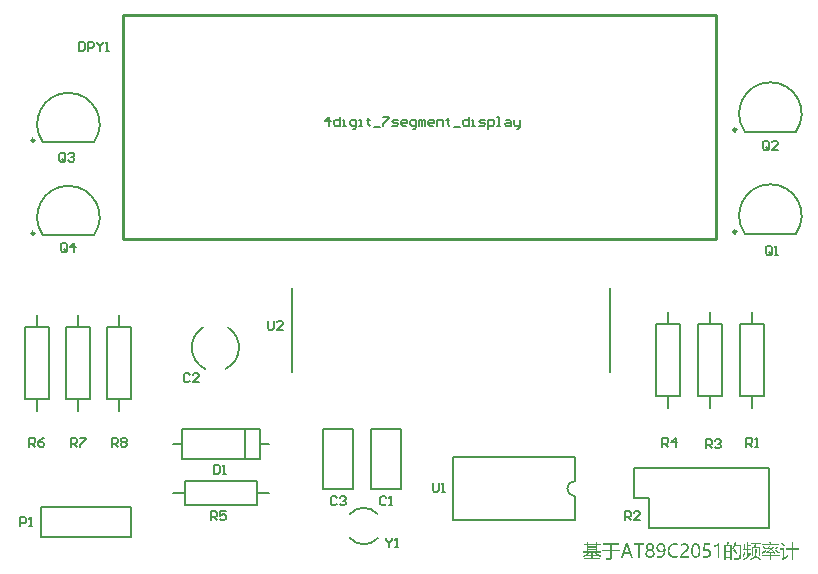
<source format=gto>
G04 Layer_Color=65535*
%FSLAX25Y25*%
%MOIN*%
G70*
G01*
G75*
%ADD29C,0.00984*%
%ADD30C,0.00787*%
%ADD31C,0.01000*%
%ADD32C,0.00600*%
G36*
X77409Y-86316D02*
X76033D01*
Y-90527D01*
X75419D01*
Y-86316D01*
X74050D01*
Y-85776D01*
X77409D01*
Y-86316D01*
D02*
G37*
G36*
X90996Y-85702D02*
X91055D01*
X91114Y-85709D01*
X91262Y-85739D01*
X91425Y-85776D01*
X91602Y-85843D01*
X91773Y-85924D01*
X91854Y-85983D01*
X91928Y-86042D01*
X91935Y-86050D01*
X91943Y-86057D01*
X91965Y-86079D01*
X91987Y-86102D01*
X92017Y-86139D01*
X92054Y-86183D01*
X92128Y-86287D01*
X92194Y-86420D01*
X92261Y-86583D01*
X92305Y-86768D01*
X92313Y-86864D01*
X92320Y-86975D01*
Y-86982D01*
Y-86997D01*
Y-87027D01*
Y-87064D01*
X92313Y-87108D01*
X92305Y-87160D01*
X92291Y-87286D01*
X92261Y-87426D01*
X92217Y-87582D01*
X92157Y-87737D01*
X92076Y-87885D01*
Y-87892D01*
X92069Y-87900D01*
X92054Y-87922D01*
X92032Y-87952D01*
X91972Y-88026D01*
X91884Y-88129D01*
X91773Y-88248D01*
X91706Y-88307D01*
X91632Y-88381D01*
X91551Y-88447D01*
X91454Y-88521D01*
X91358Y-88595D01*
X91255Y-88669D01*
X91247Y-88677D01*
X91232Y-88684D01*
X91195Y-88706D01*
X91158Y-88736D01*
X91114Y-88773D01*
X91055Y-88810D01*
X90936Y-88899D01*
X90803Y-88995D01*
X90670Y-89091D01*
X90552Y-89187D01*
X90500Y-89224D01*
X90455Y-89261D01*
X90448Y-89269D01*
X90426Y-89291D01*
X90389Y-89328D01*
X90344Y-89372D01*
X90300Y-89424D01*
X90256Y-89476D01*
X90211Y-89543D01*
X90174Y-89602D01*
Y-89609D01*
X90159Y-89631D01*
X90152Y-89668D01*
X90137Y-89713D01*
X90122Y-89772D01*
X90115Y-89839D01*
X90100Y-89913D01*
Y-89994D01*
X92461D01*
Y-90527D01*
X89471D01*
Y-90297D01*
Y-90290D01*
Y-90275D01*
Y-90260D01*
Y-90231D01*
X89479Y-90149D01*
X89486Y-90053D01*
X89501Y-89942D01*
X89516Y-89824D01*
X89545Y-89705D01*
X89582Y-89594D01*
X89590Y-89580D01*
X89604Y-89543D01*
X89634Y-89491D01*
X89671Y-89417D01*
X89723Y-89335D01*
X89782Y-89239D01*
X89863Y-89143D01*
X89952Y-89039D01*
X89967Y-89025D01*
X90004Y-88988D01*
X90063Y-88936D01*
X90152Y-88854D01*
X90263Y-88758D01*
X90404Y-88647D01*
X90566Y-88521D01*
X90759Y-88381D01*
X90766Y-88373D01*
X90781Y-88366D01*
X90811Y-88344D01*
X90848Y-88314D01*
X90892Y-88277D01*
X90944Y-88240D01*
X91062Y-88144D01*
X91188Y-88040D01*
X91314Y-87922D01*
X91432Y-87804D01*
X91477Y-87752D01*
X91521Y-87693D01*
X91528Y-87678D01*
X91551Y-87641D01*
X91588Y-87582D01*
X91625Y-87500D01*
X91662Y-87397D01*
X91699Y-87286D01*
X91721Y-87160D01*
X91728Y-87019D01*
Y-87012D01*
Y-87004D01*
Y-86953D01*
X91713Y-86886D01*
X91699Y-86797D01*
X91669Y-86701D01*
X91625Y-86605D01*
X91565Y-86509D01*
X91484Y-86420D01*
X91477Y-86412D01*
X91440Y-86383D01*
X91388Y-86346D01*
X91314Y-86309D01*
X91218Y-86264D01*
X91107Y-86235D01*
X90973Y-86205D01*
X90825Y-86198D01*
X90774D01*
X90714Y-86205D01*
X90640Y-86220D01*
X90552Y-86235D01*
X90448Y-86264D01*
X90337Y-86301D01*
X90226Y-86353D01*
X90211Y-86361D01*
X90174Y-86383D01*
X90115Y-86412D01*
X90041Y-86464D01*
X89952Y-86523D01*
X89863Y-86590D01*
X89760Y-86679D01*
X89664Y-86775D01*
Y-86190D01*
X89671Y-86183D01*
X89708Y-86153D01*
X89752Y-86109D01*
X89819Y-86057D01*
X89900Y-85998D01*
X89989Y-85939D01*
X90085Y-85880D01*
X90196Y-85828D01*
X90211Y-85820D01*
X90248Y-85806D01*
X90315Y-85783D01*
X90396Y-85761D01*
X90500Y-85739D01*
X90618Y-85717D01*
X90744Y-85702D01*
X90892Y-85695D01*
X90951D01*
X90996Y-85702D01*
D02*
G37*
G36*
X94762D02*
X94836Y-85709D01*
X94932Y-85732D01*
X95043Y-85769D01*
X95177Y-85820D01*
X95310Y-85902D01*
X95450Y-85998D01*
X95524Y-86057D01*
X95591Y-86131D01*
X95658Y-86205D01*
X95724Y-86287D01*
X95791Y-86383D01*
X95857Y-86486D01*
X95917Y-86597D01*
X95968Y-86723D01*
X96020Y-86856D01*
X96065Y-86997D01*
X96109Y-87160D01*
X96139Y-87323D01*
X96168Y-87508D01*
X96190Y-87700D01*
X96198Y-87907D01*
X96205Y-88129D01*
Y-88144D01*
Y-88181D01*
Y-88248D01*
X96198Y-88329D01*
X96190Y-88425D01*
X96183Y-88544D01*
X96168Y-88669D01*
X96153Y-88810D01*
X96131Y-88958D01*
X96102Y-89106D01*
X96065Y-89261D01*
X96028Y-89417D01*
X95976Y-89565D01*
X95917Y-89713D01*
X95850Y-89846D01*
X95776Y-89972D01*
X95769Y-89979D01*
X95754Y-90001D01*
X95732Y-90031D01*
X95702Y-90068D01*
X95658Y-90120D01*
X95606Y-90172D01*
X95539Y-90231D01*
X95473Y-90283D01*
X95391Y-90342D01*
X95302Y-90401D01*
X95199Y-90453D01*
X95095Y-90505D01*
X94984Y-90542D01*
X94858Y-90571D01*
X94725Y-90593D01*
X94585Y-90601D01*
X94555D01*
X94518Y-90593D01*
X94466D01*
X94407Y-90579D01*
X94333Y-90571D01*
X94259Y-90549D01*
X94170Y-90527D01*
X94081Y-90497D01*
X93993Y-90453D01*
X93896Y-90408D01*
X93808Y-90349D01*
X93711Y-90283D01*
X93623Y-90201D01*
X93541Y-90105D01*
X93460Y-90001D01*
X93452Y-89994D01*
X93445Y-89972D01*
X93423Y-89935D01*
X93401Y-89890D01*
X93371Y-89824D01*
X93334Y-89750D01*
X93297Y-89661D01*
X93267Y-89557D01*
X93230Y-89439D01*
X93193Y-89313D01*
X93156Y-89165D01*
X93127Y-89010D01*
X93105Y-88840D01*
X93082Y-88655D01*
X93075Y-88455D01*
X93068Y-88248D01*
Y-88233D01*
Y-88188D01*
Y-88129D01*
X93075Y-88040D01*
X93082Y-87937D01*
X93090Y-87818D01*
X93105Y-87685D01*
X93119Y-87537D01*
X93142Y-87389D01*
X93171Y-87234D01*
X93245Y-86916D01*
X93290Y-86760D01*
X93349Y-86612D01*
X93408Y-86472D01*
X93482Y-86346D01*
X93489Y-86338D01*
X93504Y-86316D01*
X93526Y-86287D01*
X93563Y-86242D01*
X93608Y-86198D01*
X93660Y-86139D01*
X93719Y-86079D01*
X93793Y-86020D01*
X93874Y-85961D01*
X93963Y-85902D01*
X94067Y-85843D01*
X94170Y-85798D01*
X94289Y-85754D01*
X94414Y-85724D01*
X94555Y-85702D01*
X94696Y-85695D01*
X94733D01*
X94762Y-85702D01*
D02*
G37*
G36*
X73850Y-90527D02*
X73169D01*
X72681Y-89232D01*
X70705D01*
X70246Y-90527D01*
X69565D01*
X71378Y-85776D01*
X72037D01*
X73850Y-90527D01*
D02*
G37*
G36*
X102510D02*
X101911D01*
Y-86464D01*
X101903Y-86472D01*
X101881Y-86486D01*
X101851Y-86516D01*
X101800Y-86553D01*
X101733Y-86605D01*
X101652Y-86657D01*
X101548Y-86716D01*
X101430Y-86782D01*
X101415Y-86790D01*
X101370Y-86812D01*
X101311Y-86842D01*
X101230Y-86879D01*
X101134Y-86916D01*
X101030Y-86960D01*
X100919Y-86997D01*
X100808Y-87027D01*
Y-86435D01*
X100815D01*
X100823Y-86427D01*
X100845Y-86420D01*
X100875Y-86412D01*
X100956Y-86390D01*
X101052Y-86353D01*
X101178Y-86309D01*
X101311Y-86250D01*
X101467Y-86183D01*
X101622Y-86102D01*
X101629D01*
X101644Y-86094D01*
X101666Y-86079D01*
X101696Y-86065D01*
X101770Y-86020D01*
X101866Y-85961D01*
X101970Y-85894D01*
X102081Y-85820D01*
X102184Y-85746D01*
X102281Y-85665D01*
X102510D01*
Y-90527D01*
D02*
G37*
G36*
X99476Y-86301D02*
X97759D01*
X97663Y-87648D01*
X98092Y-87633D01*
X98166D01*
X98218Y-87641D01*
X98277Y-87648D01*
X98351Y-87656D01*
X98433Y-87663D01*
X98521Y-87678D01*
X98714Y-87722D01*
X98914Y-87789D01*
X99010Y-87833D01*
X99106Y-87885D01*
X99195Y-87944D01*
X99276Y-88011D01*
X99284Y-88018D01*
X99298Y-88026D01*
X99313Y-88048D01*
X99343Y-88077D01*
X99380Y-88114D01*
X99417Y-88166D01*
X99454Y-88218D01*
X99498Y-88277D01*
X99535Y-88351D01*
X99572Y-88433D01*
X99609Y-88514D01*
X99646Y-88610D01*
X99676Y-88714D01*
X99691Y-88817D01*
X99705Y-88936D01*
X99713Y-89062D01*
Y-89069D01*
Y-89091D01*
Y-89128D01*
X99705Y-89180D01*
X99698Y-89239D01*
X99691Y-89306D01*
X99676Y-89380D01*
X99654Y-89461D01*
X99602Y-89639D01*
X99565Y-89735D01*
X99513Y-89831D01*
X99461Y-89920D01*
X99402Y-90016D01*
X99328Y-90105D01*
X99247Y-90186D01*
X99239Y-90194D01*
X99224Y-90201D01*
X99202Y-90223D01*
X99165Y-90253D01*
X99113Y-90283D01*
X99062Y-90320D01*
X98995Y-90357D01*
X98921Y-90394D01*
X98840Y-90438D01*
X98743Y-90475D01*
X98640Y-90512D01*
X98529Y-90542D01*
X98410Y-90571D01*
X98285Y-90593D01*
X98151Y-90601D01*
X98011Y-90608D01*
X97900D01*
X97848Y-90601D01*
X97781D01*
X97633Y-90586D01*
X97471Y-90564D01*
X97308Y-90527D01*
X97145Y-90482D01*
X97078Y-90453D01*
X97012Y-90416D01*
Y-89802D01*
X97019D01*
X97034Y-89816D01*
X97056Y-89831D01*
X97093Y-89853D01*
X97138Y-89876D01*
X97189Y-89898D01*
X97315Y-89957D01*
X97463Y-90016D01*
X97633Y-90061D01*
X97811Y-90098D01*
X97996Y-90112D01*
X98040D01*
X98077Y-90105D01*
X98122D01*
X98166Y-90098D01*
X98285Y-90075D01*
X98410Y-90046D01*
X98544Y-89994D01*
X98677Y-89927D01*
X98795Y-89839D01*
X98810Y-89824D01*
X98840Y-89787D01*
X98891Y-89728D01*
X98951Y-89646D01*
X99002Y-89543D01*
X99054Y-89417D01*
X99084Y-89269D01*
X99099Y-89106D01*
Y-89099D01*
Y-89084D01*
Y-89062D01*
X99091Y-89032D01*
X99084Y-88951D01*
X99062Y-88847D01*
X99025Y-88736D01*
X98965Y-88618D01*
X98884Y-88507D01*
X98840Y-88455D01*
X98780Y-88403D01*
X98766Y-88388D01*
X98721Y-88359D01*
X98647Y-88322D01*
X98551Y-88270D01*
X98425Y-88225D01*
X98270Y-88181D01*
X98092Y-88151D01*
X97885Y-88144D01*
X97722D01*
X97619Y-88151D01*
X97493D01*
X97352Y-88159D01*
X97212Y-88174D01*
X97078Y-88188D01*
X97256Y-85776D01*
X99476D01*
Y-86301D01*
D02*
G37*
G36*
X116318Y-86087D02*
X114838D01*
X114653Y-86879D01*
X116052D01*
Y-90061D01*
X115593D01*
Y-87293D01*
X113743D01*
Y-90061D01*
X113284D01*
Y-86879D01*
X114180D01*
X114328Y-86087D01*
X113025D01*
Y-85665D01*
X116318D01*
Y-86087D01*
D02*
G37*
G36*
X111227Y-88618D02*
Y-88625D01*
X111212Y-88655D01*
X111198Y-88706D01*
X111175Y-88766D01*
X111146Y-88847D01*
X111116Y-88936D01*
X111079Y-89039D01*
X111035Y-89150D01*
X110990Y-89269D01*
X110939Y-89395D01*
X110828Y-89654D01*
X110709Y-89920D01*
X110583Y-90172D01*
X110576Y-90164D01*
X110554Y-90157D01*
X110509Y-90135D01*
X110465Y-90105D01*
X110398Y-90075D01*
X110332Y-90038D01*
X110250Y-90001D01*
X110169Y-89964D01*
X110176Y-89957D01*
X110184Y-89935D01*
X110206Y-89905D01*
X110228Y-89853D01*
X110258Y-89794D01*
X110295Y-89728D01*
X110332Y-89646D01*
X110376Y-89550D01*
X110421Y-89446D01*
X110472Y-89335D01*
X110524Y-89217D01*
X110576Y-89084D01*
X110628Y-88943D01*
X110687Y-88795D01*
X110791Y-88484D01*
X111227Y-88618D01*
D02*
G37*
G36*
X83181Y-85702D02*
X83240Y-85709D01*
X83307Y-85724D01*
X83388Y-85739D01*
X83470Y-85761D01*
X83559Y-85791D01*
X83647Y-85828D01*
X83736Y-85872D01*
X83832Y-85931D01*
X83921Y-85991D01*
X84010Y-86065D01*
X84091Y-86153D01*
X84173Y-86250D01*
X84180Y-86257D01*
X84188Y-86272D01*
X84210Y-86309D01*
X84232Y-86353D01*
X84269Y-86412D01*
X84299Y-86479D01*
X84336Y-86568D01*
X84373Y-86657D01*
X84410Y-86768D01*
X84447Y-86886D01*
X84484Y-87019D01*
X84513Y-87167D01*
X84535Y-87323D01*
X84558Y-87493D01*
X84565Y-87678D01*
X84572Y-87870D01*
Y-87885D01*
Y-87929D01*
Y-87996D01*
X84565Y-88085D01*
X84558Y-88196D01*
X84543Y-88329D01*
X84528Y-88470D01*
X84506Y-88618D01*
X84484Y-88780D01*
X84447Y-88951D01*
X84402Y-89113D01*
X84358Y-89284D01*
X84291Y-89446D01*
X84225Y-89609D01*
X84143Y-89757D01*
X84054Y-89898D01*
X84047Y-89905D01*
X84032Y-89927D01*
X84003Y-89964D01*
X83958Y-90009D01*
X83906Y-90061D01*
X83840Y-90120D01*
X83766Y-90186D01*
X83684Y-90246D01*
X83588Y-90312D01*
X83477Y-90379D01*
X83359Y-90438D01*
X83233Y-90490D01*
X83100Y-90534D01*
X82952Y-90571D01*
X82789Y-90593D01*
X82626Y-90601D01*
X82545D01*
X82500Y-90593D01*
X82449D01*
X82330Y-90579D01*
X82197Y-90564D01*
X82056Y-90534D01*
X81908Y-90497D01*
X81775Y-90445D01*
Y-89883D01*
X81783D01*
X81790Y-89890D01*
X81812Y-89905D01*
X81842Y-89920D01*
X81923Y-89957D01*
X82027Y-89994D01*
X82153Y-90038D01*
X82301Y-90075D01*
X82456Y-90105D01*
X82626Y-90112D01*
X82685D01*
X82730Y-90105D01*
X82782Y-90098D01*
X82848Y-90083D01*
X82989Y-90046D01*
X83144Y-89987D01*
X83226Y-89950D01*
X83307Y-89898D01*
X83388Y-89839D01*
X83470Y-89772D01*
X83544Y-89698D01*
X83610Y-89609D01*
X83618Y-89602D01*
X83625Y-89587D01*
X83640Y-89557D01*
X83670Y-89513D01*
X83692Y-89461D01*
X83721Y-89402D01*
X83758Y-89328D01*
X83788Y-89239D01*
X83825Y-89143D01*
X83855Y-89039D01*
X83884Y-88921D01*
X83914Y-88795D01*
X83936Y-88655D01*
X83951Y-88507D01*
X83958Y-88351D01*
X83966Y-88181D01*
X83958D01*
Y-88188D01*
X83943Y-88203D01*
X83921Y-88233D01*
X83899Y-88270D01*
X83862Y-88322D01*
X83818Y-88366D01*
X83766Y-88425D01*
X83707Y-88477D01*
X83640Y-88529D01*
X83559Y-88588D01*
X83477Y-88632D01*
X83381Y-88677D01*
X83270Y-88721D01*
X83159Y-88751D01*
X83033Y-88766D01*
X82900Y-88773D01*
X82841D01*
X82804Y-88766D01*
X82752Y-88758D01*
X82693Y-88751D01*
X82552Y-88721D01*
X82397Y-88677D01*
X82227Y-88603D01*
X82145Y-88551D01*
X82064Y-88499D01*
X81982Y-88440D01*
X81908Y-88366D01*
X81901Y-88359D01*
X81894Y-88344D01*
X81871Y-88322D01*
X81849Y-88292D01*
X81820Y-88248D01*
X81783Y-88203D01*
X81746Y-88144D01*
X81716Y-88077D01*
X81679Y-88003D01*
X81642Y-87922D01*
X81575Y-87737D01*
X81531Y-87530D01*
X81524Y-87411D01*
X81516Y-87293D01*
Y-87286D01*
Y-87263D01*
Y-87226D01*
X81524Y-87175D01*
X81531Y-87115D01*
X81538Y-87049D01*
X81553Y-86967D01*
X81568Y-86886D01*
X81620Y-86701D01*
X81657Y-86612D01*
X81701Y-86509D01*
X81746Y-86420D01*
X81805Y-86324D01*
X81871Y-86235D01*
X81945Y-86146D01*
X81953Y-86139D01*
X81968Y-86124D01*
X81990Y-86102D01*
X82027Y-86072D01*
X82064Y-86042D01*
X82116Y-86005D01*
X82175Y-85961D01*
X82249Y-85917D01*
X82323Y-85880D01*
X82404Y-85835D01*
X82500Y-85798D01*
X82597Y-85761D01*
X82708Y-85739D01*
X82819Y-85717D01*
X82937Y-85702D01*
X83063Y-85695D01*
X83129D01*
X83181Y-85702D01*
D02*
G37*
G36*
X114875Y-88632D02*
Y-88640D01*
Y-88662D01*
Y-88699D01*
Y-88751D01*
X114868Y-88810D01*
Y-88884D01*
X114861Y-88958D01*
X114853Y-89047D01*
X114831Y-89232D01*
X114801Y-89432D01*
X114764Y-89631D01*
X114705Y-89824D01*
X114720Y-89831D01*
X114750Y-89846D01*
X114801Y-89883D01*
X114868Y-89920D01*
X114949Y-89972D01*
X115046Y-90031D01*
X115157Y-90105D01*
X115275Y-90179D01*
X115401Y-90260D01*
X115541Y-90342D01*
X115823Y-90527D01*
X116111Y-90727D01*
X116400Y-90919D01*
X116104Y-91348D01*
X116096Y-91341D01*
X116067Y-91319D01*
X116030Y-91289D01*
X115971Y-91245D01*
X115904Y-91193D01*
X115823Y-91134D01*
X115726Y-91060D01*
X115623Y-90986D01*
X115504Y-90904D01*
X115386Y-90815D01*
X115253Y-90719D01*
X115112Y-90630D01*
X114824Y-90431D01*
X114513Y-90231D01*
X114505Y-90238D01*
X114491Y-90268D01*
X114461Y-90312D01*
X114431Y-90349D01*
X114424Y-90357D01*
X114409Y-90379D01*
X114380Y-90408D01*
X114343Y-90453D01*
X114291Y-90505D01*
X114232Y-90564D01*
X114150Y-90638D01*
X114061Y-90712D01*
X113965Y-90793D01*
X113847Y-90875D01*
X113714Y-90963D01*
X113573Y-91045D01*
X113418Y-91134D01*
X113240Y-91222D01*
X113055Y-91311D01*
X112848Y-91393D01*
X112840Y-91385D01*
X112826Y-91356D01*
X112796Y-91319D01*
X112759Y-91267D01*
X112715Y-91208D01*
X112663Y-91141D01*
X112537Y-90993D01*
X112552Y-90986D01*
X112581Y-90978D01*
X112641Y-90956D01*
X112707Y-90919D01*
X112796Y-90882D01*
X112892Y-90838D01*
X113003Y-90786D01*
X113122Y-90727D01*
X113366Y-90593D01*
X113610Y-90445D01*
X113721Y-90357D01*
X113832Y-90275D01*
X113928Y-90186D01*
X114010Y-90090D01*
X114017Y-90083D01*
X114024Y-90068D01*
X114047Y-90038D01*
X114076Y-90001D01*
X114106Y-89950D01*
X114135Y-89883D01*
X114172Y-89809D01*
X114217Y-89720D01*
X114254Y-89624D01*
X114291Y-89513D01*
X114320Y-89387D01*
X114350Y-89254D01*
X114380Y-89106D01*
X114402Y-88951D01*
X114409Y-88780D01*
X114417Y-88595D01*
Y-87693D01*
X114875D01*
Y-88632D01*
D02*
G37*
G36*
X127093Y-87434D02*
X128898D01*
Y-87870D01*
X127093D01*
Y-91333D01*
X126567D01*
Y-87870D01*
X124777D01*
Y-87434D01*
X126567D01*
Y-85317D01*
X127093D01*
Y-87434D01*
D02*
G37*
G36*
X112100Y-89691D02*
X112108Y-89683D01*
X112115Y-89668D01*
X112137Y-89646D01*
X112167Y-89609D01*
X112197Y-89572D01*
X112234Y-89520D01*
X112278Y-89461D01*
X112330Y-89402D01*
X112426Y-89254D01*
X112537Y-89084D01*
X112648Y-88899D01*
X112752Y-88699D01*
X113181Y-88951D01*
Y-88958D01*
X113173Y-88965D01*
X113159Y-88988D01*
X113136Y-89025D01*
X113114Y-89062D01*
X113092Y-89106D01*
X113018Y-89217D01*
X112922Y-89350D01*
X112811Y-89506D01*
X112678Y-89683D01*
X112522Y-89868D01*
X112345Y-90061D01*
X112152Y-90268D01*
X111930Y-90468D01*
X111693Y-90675D01*
X111434Y-90875D01*
X111153Y-91067D01*
X110850Y-91245D01*
X110524Y-91415D01*
X110517Y-91407D01*
X110502Y-91385D01*
X110480Y-91348D01*
X110443Y-91304D01*
X110398Y-91245D01*
X110339Y-91178D01*
X110280Y-91097D01*
X110206Y-91015D01*
X110221Y-91008D01*
X110250Y-90993D01*
X110310Y-90971D01*
X110376Y-90934D01*
X110465Y-90889D01*
X110569Y-90838D01*
X110687Y-90778D01*
X110813Y-90704D01*
X110939Y-90630D01*
X111079Y-90542D01*
X111220Y-90453D01*
X111368Y-90349D01*
X111656Y-90127D01*
X111790Y-90009D01*
X111923Y-89883D01*
X111656D01*
Y-88114D01*
X112100D01*
Y-89691D01*
D02*
G37*
G36*
X119856Y-89557D02*
X122594D01*
Y-89987D01*
X119856D01*
Y-91363D01*
X119367D01*
Y-89987D01*
X116570D01*
Y-89557D01*
X119367D01*
Y-89017D01*
X119856D01*
Y-89557D01*
D02*
G37*
G36*
X124177Y-90379D02*
X124185Y-90371D01*
X124199Y-90364D01*
X124229Y-90349D01*
X124273Y-90320D01*
X124318Y-90290D01*
X124377Y-90253D01*
X124451Y-90209D01*
X124525Y-90164D01*
X124606Y-90112D01*
X124695Y-90053D01*
X124895Y-89935D01*
X125117Y-89794D01*
X125346Y-89646D01*
Y-89661D01*
Y-89698D01*
X125354Y-89757D01*
X125361Y-89831D01*
Y-89913D01*
X125369Y-90001D01*
X125383Y-90098D01*
X125391Y-90179D01*
X125383Y-90186D01*
X125346Y-90209D01*
X125295Y-90238D01*
X125228Y-90283D01*
X125147Y-90334D01*
X125043Y-90394D01*
X124939Y-90460D01*
X124821Y-90542D01*
X124695Y-90616D01*
X124562Y-90704D01*
X124288Y-90882D01*
X124014Y-91060D01*
X123889Y-91148D01*
X123763Y-91237D01*
X123474Y-90823D01*
X123482Y-90815D01*
X123511Y-90786D01*
X123541Y-90741D01*
X123585Y-90682D01*
X123622Y-90608D01*
X123659Y-90512D01*
X123681Y-90401D01*
X123689Y-90268D01*
Y-87841D01*
X122816D01*
Y-87397D01*
X124177D01*
Y-90379D01*
D02*
G37*
G36*
X68907Y-86235D02*
X66701D01*
Y-87818D01*
X69373D01*
Y-88307D01*
X66701D01*
Y-90408D01*
Y-90416D01*
Y-90423D01*
Y-90445D01*
Y-90475D01*
X66694Y-90549D01*
X66679Y-90638D01*
X66664Y-90734D01*
X66635Y-90838D01*
X66598Y-90926D01*
X66546Y-91008D01*
X66539Y-91015D01*
X66509Y-91045D01*
X66465Y-91074D01*
X66405Y-91119D01*
X66317Y-91156D01*
X66206Y-91193D01*
X66065Y-91215D01*
X65902Y-91230D01*
X64866D01*
Y-91215D01*
X64859Y-91178D01*
X64851Y-91126D01*
X64837Y-91052D01*
X64822Y-90963D01*
X64807Y-90867D01*
X64763Y-90667D01*
X64792D01*
X64829Y-90675D01*
X64874D01*
X64933Y-90682D01*
X64999D01*
X65147Y-90690D01*
X65303Y-90704D01*
X65466Y-90712D01*
X65614Y-90719D01*
X65776D01*
X65821Y-90712D01*
X65880Y-90704D01*
X65998Y-90675D01*
X66050Y-90653D01*
X66095Y-90616D01*
X66102Y-90608D01*
X66109Y-90593D01*
X66124Y-90571D01*
X66139Y-90534D01*
X66154Y-90482D01*
X66169Y-90416D01*
X66183Y-90334D01*
Y-90231D01*
Y-88307D01*
X63327D01*
Y-87818D01*
X66183D01*
Y-86235D01*
X63823D01*
Y-85746D01*
X68907D01*
Y-86235D01*
D02*
G37*
G36*
X79503Y-85702D02*
X79592Y-85717D01*
X79696Y-85732D01*
X79814Y-85761D01*
X79933Y-85806D01*
X80051Y-85857D01*
X80066Y-85865D01*
X80103Y-85887D01*
X80162Y-85924D01*
X80229Y-85968D01*
X80303Y-86035D01*
X80384Y-86109D01*
X80465Y-86198D01*
X80532Y-86294D01*
X80539Y-86309D01*
X80562Y-86338D01*
X80584Y-86398D01*
X80621Y-86472D01*
X80650Y-86560D01*
X80673Y-86671D01*
X80695Y-86782D01*
X80702Y-86908D01*
Y-86923D01*
Y-86960D01*
X80695Y-87019D01*
X80680Y-87101D01*
X80658Y-87189D01*
X80628Y-87286D01*
X80584Y-87397D01*
X80525Y-87500D01*
X80517Y-87515D01*
X80495Y-87545D01*
X80451Y-87596D01*
X80399Y-87656D01*
X80332Y-87730D01*
X80243Y-87804D01*
X80147Y-87878D01*
X80036Y-87952D01*
X80044D01*
X80051Y-87959D01*
X80073Y-87966D01*
X80103Y-87981D01*
X80169Y-88018D01*
X80266Y-88070D01*
X80362Y-88137D01*
X80465Y-88225D01*
X80569Y-88329D01*
X80665Y-88447D01*
Y-88455D01*
X80673Y-88462D01*
X80702Y-88507D01*
X80739Y-88581D01*
X80791Y-88669D01*
X80835Y-88788D01*
X80872Y-88914D01*
X80902Y-89054D01*
X80909Y-89202D01*
Y-89210D01*
Y-89217D01*
Y-89239D01*
Y-89269D01*
X80902Y-89350D01*
X80887Y-89446D01*
X80865Y-89557D01*
X80828Y-89683D01*
X80784Y-89809D01*
X80717Y-89935D01*
X80710Y-89950D01*
X80680Y-89987D01*
X80636Y-90046D01*
X80576Y-90112D01*
X80502Y-90194D01*
X80406Y-90275D01*
X80295Y-90357D01*
X80169Y-90431D01*
X80162D01*
X80155Y-90438D01*
X80132Y-90445D01*
X80110Y-90460D01*
X80036Y-90482D01*
X79940Y-90512D01*
X79822Y-90549D01*
X79681Y-90571D01*
X79533Y-90593D01*
X79370Y-90601D01*
X79296D01*
X79215Y-90593D01*
X79104Y-90579D01*
X78978Y-90556D01*
X78845Y-90527D01*
X78704Y-90490D01*
X78571Y-90431D01*
X78564D01*
X78556Y-90423D01*
X78512Y-90401D01*
X78445Y-90357D01*
X78371Y-90305D01*
X78282Y-90231D01*
X78186Y-90149D01*
X78097Y-90046D01*
X78016Y-89935D01*
Y-89927D01*
X78009Y-89920D01*
X77986Y-89876D01*
X77957Y-89809D01*
X77920Y-89720D01*
X77883Y-89609D01*
X77853Y-89491D01*
X77831Y-89350D01*
X77824Y-89202D01*
Y-89195D01*
Y-89187D01*
Y-89165D01*
X77831Y-89136D01*
X77838Y-89054D01*
X77853Y-88958D01*
X77883Y-88840D01*
X77927Y-88714D01*
X77986Y-88581D01*
X78068Y-88447D01*
Y-88440D01*
X78083Y-88433D01*
X78112Y-88388D01*
X78171Y-88329D01*
X78245Y-88255D01*
X78334Y-88174D01*
X78445Y-88092D01*
X78564Y-88018D01*
X78704Y-87952D01*
X78689Y-87944D01*
X78652Y-87922D01*
X78593Y-87878D01*
X78527Y-87826D01*
X78445Y-87767D01*
X78364Y-87685D01*
X78282Y-87596D01*
X78208Y-87500D01*
X78201Y-87485D01*
X78179Y-87456D01*
X78149Y-87397D01*
X78120Y-87323D01*
X78090Y-87234D01*
X78060Y-87138D01*
X78038Y-87027D01*
X78031Y-86908D01*
Y-86901D01*
Y-86893D01*
Y-86849D01*
X78038Y-86790D01*
X78053Y-86708D01*
X78075Y-86612D01*
X78105Y-86509D01*
X78142Y-86398D01*
X78201Y-86294D01*
X78208Y-86279D01*
X78231Y-86250D01*
X78275Y-86198D01*
X78327Y-86131D01*
X78393Y-86065D01*
X78482Y-85991D01*
X78571Y-85924D01*
X78682Y-85857D01*
X78697Y-85850D01*
X78734Y-85835D01*
X78800Y-85806D01*
X78882Y-85776D01*
X78985Y-85746D01*
X79104Y-85717D01*
X79230Y-85702D01*
X79370Y-85695D01*
X79437D01*
X79503Y-85702D01*
D02*
G37*
G36*
X105707Y-85450D02*
Y-85458D01*
X105699Y-85473D01*
X105685Y-85495D01*
X105677Y-85532D01*
X105655Y-85569D01*
X105633Y-85621D01*
X105588Y-85732D01*
X105529Y-85865D01*
X105470Y-86013D01*
X105329Y-86316D01*
X106558D01*
Y-91200D01*
X106069D01*
Y-90719D01*
X104686D01*
Y-91245D01*
X104197D01*
Y-86316D01*
X104819D01*
Y-86309D01*
X104826Y-86294D01*
X104841Y-86264D01*
X104856Y-86220D01*
X104878Y-86176D01*
X104900Y-86116D01*
X104952Y-85983D01*
X105004Y-85828D01*
X105070Y-85658D01*
X105130Y-85480D01*
X105189Y-85302D01*
X105707Y-85450D01*
D02*
G37*
G36*
X108149Y-85428D02*
Y-85436D01*
X108141Y-85450D01*
X108134Y-85473D01*
X108119Y-85510D01*
X108104Y-85547D01*
X108090Y-85598D01*
X108045Y-85709D01*
X108001Y-85843D01*
X107942Y-85991D01*
X107823Y-86301D01*
X109806D01*
Y-86309D01*
Y-86338D01*
Y-86383D01*
Y-86442D01*
X109799Y-86509D01*
Y-86597D01*
Y-86694D01*
X109792Y-86805D01*
Y-86930D01*
X109784Y-87056D01*
Y-87197D01*
X109777Y-87345D01*
X109769Y-87656D01*
X109762Y-87981D01*
X109755Y-88322D01*
X109740Y-88662D01*
X109732Y-88995D01*
X109725Y-89313D01*
X109718Y-89461D01*
X109710Y-89609D01*
X109703Y-89742D01*
Y-89868D01*
X109695Y-89987D01*
X109688Y-90098D01*
Y-90194D01*
X109681Y-90275D01*
Y-90283D01*
Y-90320D01*
X109673Y-90364D01*
X109658Y-90423D01*
X109644Y-90497D01*
X109614Y-90579D01*
X109584Y-90660D01*
X109540Y-90749D01*
X109481Y-90838D01*
X109414Y-90926D01*
X109333Y-91008D01*
X109237Y-91082D01*
X109118Y-91141D01*
X108992Y-91185D01*
X108837Y-91222D01*
X108667Y-91230D01*
X108393D01*
X108319Y-91222D01*
X108149D01*
X107956Y-91215D01*
X107749Y-91208D01*
X107535Y-91193D01*
Y-91178D01*
X107527Y-91141D01*
X107520Y-91082D01*
X107505Y-91008D01*
X107490Y-90926D01*
X107475Y-90838D01*
X107431Y-90653D01*
X107483D01*
X107512Y-90660D01*
X107557Y-90667D01*
X107609Y-90675D01*
X107675D01*
X107749Y-90682D01*
X107823Y-90690D01*
X108001Y-90704D01*
X108186Y-90719D01*
X108386Y-90727D01*
X108578Y-90734D01*
X108600D01*
X108630Y-90727D01*
X108667D01*
X108756Y-90704D01*
X108859Y-90660D01*
X108918Y-90630D01*
X108970Y-90593D01*
X109022Y-90542D01*
X109066Y-90490D01*
X109103Y-90423D01*
X109140Y-90342D01*
X109163Y-90253D01*
X109177Y-90149D01*
Y-90142D01*
Y-90105D01*
X109185Y-90046D01*
X109192Y-89972D01*
Y-89861D01*
X109200Y-89728D01*
X109207Y-89572D01*
X109214Y-89387D01*
X109222Y-89276D01*
Y-89165D01*
X109229Y-89047D01*
Y-88921D01*
X109237Y-88788D01*
Y-88647D01*
X109244Y-88492D01*
Y-88336D01*
X109251Y-88166D01*
Y-87996D01*
X109259Y-87811D01*
Y-87619D01*
X109266Y-87419D01*
Y-87204D01*
X109274Y-86990D01*
Y-86760D01*
X107631D01*
Y-86768D01*
X107616Y-86790D01*
X107601Y-86819D01*
X107586Y-86856D01*
X107557Y-86908D01*
X107535Y-86967D01*
X107498Y-87041D01*
X107461Y-87115D01*
X107379Y-87278D01*
X107283Y-87448D01*
X107179Y-87626D01*
X107076Y-87804D01*
X107068Y-87796D01*
X107046Y-87781D01*
X107009Y-87759D01*
X106965Y-87737D01*
X106898Y-87700D01*
X106832Y-87663D01*
X106750Y-87626D01*
X106654Y-87582D01*
X106661Y-87574D01*
X106676Y-87537D01*
X106713Y-87485D01*
X106750Y-87419D01*
X106802Y-87330D01*
X106861Y-87219D01*
X106920Y-87093D01*
X106994Y-86953D01*
X107068Y-86797D01*
X107150Y-86620D01*
X107224Y-86435D01*
X107313Y-86235D01*
X107394Y-86020D01*
X107475Y-85791D01*
X107557Y-85554D01*
X107631Y-85302D01*
X108149Y-85428D01*
D02*
G37*
G36*
X117103Y-86664D02*
X117118Y-86671D01*
X117147Y-86694D01*
X117184Y-86723D01*
X117229Y-86760D01*
X117280Y-86805D01*
X117399Y-86908D01*
X117539Y-87027D01*
X117687Y-87152D01*
X117835Y-87286D01*
X117983Y-87426D01*
X117643Y-87767D01*
X117636Y-87759D01*
X117628Y-87752D01*
X117606Y-87730D01*
X117576Y-87700D01*
X117502Y-87626D01*
X117406Y-87522D01*
X117280Y-87404D01*
X117132Y-87263D01*
X116970Y-87115D01*
X116785Y-86960D01*
X117095Y-86657D01*
X117103Y-86664D01*
D02*
G37*
G36*
X118339Y-88270D02*
X118331Y-88277D01*
X118309Y-88292D01*
X118265Y-88314D01*
X118213Y-88344D01*
X118146Y-88381D01*
X118065Y-88425D01*
X117976Y-88484D01*
X117880Y-88536D01*
X117769Y-88603D01*
X117650Y-88669D01*
X117399Y-88817D01*
X117125Y-88980D01*
X116844Y-89143D01*
X116585Y-88736D01*
X116592Y-88729D01*
X116614Y-88721D01*
X116651Y-88706D01*
X116696Y-88677D01*
X116762Y-88647D01*
X116836Y-88610D01*
X116918Y-88566D01*
X117014Y-88521D01*
X117125Y-88462D01*
X117236Y-88403D01*
X117362Y-88329D01*
X117502Y-88255D01*
X117643Y-88181D01*
X117791Y-88092D01*
X118117Y-87907D01*
X118339Y-88270D01*
D02*
G37*
G36*
X121202Y-87907D02*
X121232Y-87922D01*
X121276Y-87944D01*
X121343Y-87981D01*
X121417Y-88026D01*
X121498Y-88077D01*
X121595Y-88129D01*
X121698Y-88188D01*
X121920Y-88322D01*
X122150Y-88462D01*
X122372Y-88610D01*
X122475Y-88677D01*
X122571Y-88743D01*
X122298Y-89143D01*
X122290Y-89136D01*
X122268Y-89121D01*
X122238Y-89099D01*
X122187Y-89062D01*
X122127Y-89017D01*
X122061Y-88965D01*
X121979Y-88906D01*
X121891Y-88847D01*
X121794Y-88780D01*
X121691Y-88706D01*
X121461Y-88551D01*
X121210Y-88396D01*
X120943Y-88233D01*
X121195Y-87900D01*
X121202Y-87907D01*
D02*
G37*
G36*
X122320Y-87004D02*
X122312Y-87012D01*
X122298Y-87019D01*
X122275Y-87041D01*
X122238Y-87071D01*
X122194Y-87108D01*
X122142Y-87152D01*
X122083Y-87197D01*
X122016Y-87249D01*
X121861Y-87367D01*
X121691Y-87493D01*
X121506Y-87626D01*
X121306Y-87767D01*
X120988Y-87441D01*
X120995Y-87434D01*
X121017Y-87426D01*
X121047Y-87404D01*
X121084Y-87374D01*
X121136Y-87337D01*
X121195Y-87300D01*
X121336Y-87197D01*
X121484Y-87086D01*
X121646Y-86953D01*
X121809Y-86812D01*
X121965Y-86671D01*
X122320Y-87004D01*
D02*
G37*
G36*
X112152Y-86316D02*
X113011D01*
Y-86716D01*
X112152D01*
Y-87545D01*
X113092D01*
Y-87966D01*
X110228D01*
Y-87545D01*
X110650D01*
Y-85924D01*
X111079D01*
Y-87545D01*
X111708D01*
Y-85347D01*
X112152D01*
Y-86316D01*
D02*
G37*
G36*
X107579Y-87730D02*
X107601Y-87759D01*
X107638Y-87796D01*
X107683Y-87855D01*
X107742Y-87922D01*
X107808Y-88003D01*
X107882Y-88100D01*
X107964Y-88196D01*
X108134Y-88410D01*
X108312Y-88647D01*
X108489Y-88884D01*
X108652Y-89113D01*
X108201Y-89432D01*
X108193Y-89424D01*
X108178Y-89402D01*
X108156Y-89358D01*
X108127Y-89306D01*
X108082Y-89247D01*
X108030Y-89165D01*
X107979Y-89084D01*
X107912Y-88988D01*
X107838Y-88884D01*
X107764Y-88766D01*
X107594Y-88529D01*
X107401Y-88262D01*
X107194Y-87996D01*
X107572Y-87722D01*
X107579Y-87730D01*
D02*
G37*
G36*
X61847Y-85954D02*
X62883D01*
Y-86353D01*
X61847D01*
Y-88410D01*
X63053D01*
Y-88810D01*
X61433D01*
X61440Y-88817D01*
X61462Y-88840D01*
X61507Y-88877D01*
X61558Y-88921D01*
X61625Y-88980D01*
X61706Y-89047D01*
X61803Y-89121D01*
X61906Y-89195D01*
X62025Y-89284D01*
X62150Y-89365D01*
X62291Y-89454D01*
X62439Y-89535D01*
X62602Y-89624D01*
X62765Y-89698D01*
X62942Y-89779D01*
X63127Y-89846D01*
X63120Y-89853D01*
X63090Y-89890D01*
X63053Y-89935D01*
X63009Y-89994D01*
X62957Y-90068D01*
X62898Y-90142D01*
X62846Y-90216D01*
X62794Y-90290D01*
X62787D01*
X62772Y-90275D01*
X62742Y-90260D01*
X62698Y-90246D01*
X62646Y-90216D01*
X62594Y-90186D01*
X62528Y-90149D01*
X62454Y-90112D01*
X62291Y-90016D01*
X62121Y-89905D01*
X61936Y-89779D01*
X61758Y-89646D01*
Y-89987D01*
X60286D01*
Y-90616D01*
X62691D01*
Y-91015D01*
X57422D01*
Y-90616D01*
X59827D01*
Y-89987D01*
X58339D01*
Y-89654D01*
X58332Y-89661D01*
X58317Y-89668D01*
X58288Y-89691D01*
X58258Y-89720D01*
X58214Y-89757D01*
X58154Y-89802D01*
X58095Y-89846D01*
X58029Y-89898D01*
X57873Y-90009D01*
X57703Y-90127D01*
X57518Y-90246D01*
X57318Y-90364D01*
X57311Y-90357D01*
X57296Y-90334D01*
X57274Y-90297D01*
X57237Y-90253D01*
X57192Y-90194D01*
X57141Y-90127D01*
X57074Y-90053D01*
X57000Y-89972D01*
X57007Y-89964D01*
X57044Y-89950D01*
X57089Y-89927D01*
X57155Y-89890D01*
X57244Y-89846D01*
X57333Y-89787D01*
X57444Y-89728D01*
X57562Y-89654D01*
X57688Y-89572D01*
X57814Y-89483D01*
X57955Y-89387D01*
X58088Y-89291D01*
X58369Y-89062D01*
X58635Y-88810D01*
X57067D01*
Y-88410D01*
X58288D01*
Y-86353D01*
X57259D01*
Y-85954D01*
X58288D01*
Y-85288D01*
X58754D01*
Y-85954D01*
X61388D01*
Y-85288D01*
X61847D01*
Y-85954D01*
D02*
G37*
G36*
X87806Y-85702D02*
X87873D01*
X87947Y-85709D01*
X88036Y-85717D01*
X88213Y-85739D01*
X88398Y-85776D01*
X88583Y-85820D01*
X88761Y-85887D01*
Y-86531D01*
X88753D01*
X88739Y-86516D01*
X88709Y-86501D01*
X88672Y-86486D01*
X88628Y-86464D01*
X88568Y-86442D01*
X88502Y-86420D01*
X88435Y-86390D01*
X88265Y-86338D01*
X88080Y-86294D01*
X87865Y-86264D01*
X87643Y-86250D01*
X87569D01*
X87510Y-86257D01*
X87444Y-86264D01*
X87362Y-86279D01*
X87273Y-86294D01*
X87185Y-86316D01*
X87081Y-86346D01*
X86977Y-86383D01*
X86866Y-86420D01*
X86755Y-86472D01*
X86652Y-86538D01*
X86541Y-86605D01*
X86437Y-86686D01*
X86341Y-86782D01*
X86334Y-86790D01*
X86319Y-86805D01*
X86297Y-86834D01*
X86267Y-86879D01*
X86223Y-86930D01*
X86186Y-86997D01*
X86141Y-87071D01*
X86097Y-87160D01*
X86045Y-87256D01*
X86001Y-87360D01*
X85964Y-87478D01*
X85927Y-87604D01*
X85890Y-87737D01*
X85867Y-87885D01*
X85853Y-88040D01*
X85845Y-88203D01*
Y-88211D01*
Y-88240D01*
Y-88285D01*
X85853Y-88344D01*
X85860Y-88418D01*
X85867Y-88499D01*
X85882Y-88595D01*
X85904Y-88692D01*
X85956Y-88914D01*
X86001Y-89025D01*
X86045Y-89143D01*
X86097Y-89254D01*
X86156Y-89365D01*
X86230Y-89469D01*
X86311Y-89565D01*
X86319Y-89572D01*
X86334Y-89587D01*
X86363Y-89609D01*
X86393Y-89639D01*
X86445Y-89683D01*
X86496Y-89720D01*
X86563Y-89765D01*
X86637Y-89809D01*
X86726Y-89861D01*
X86815Y-89905D01*
X86918Y-89942D01*
X87022Y-89979D01*
X87140Y-90016D01*
X87266Y-90038D01*
X87392Y-90053D01*
X87532Y-90061D01*
X87599D01*
X87651Y-90053D01*
X87710D01*
X87784Y-90046D01*
X87865Y-90031D01*
X87954Y-90024D01*
X88147Y-89979D01*
X88354Y-89927D01*
X88561Y-89846D01*
X88665Y-89802D01*
X88761Y-89742D01*
Y-90334D01*
X88753D01*
X88739Y-90349D01*
X88709Y-90357D01*
X88665Y-90379D01*
X88613Y-90394D01*
X88554Y-90416D01*
X88480Y-90445D01*
X88398Y-90468D01*
X88309Y-90490D01*
X88206Y-90519D01*
X88102Y-90542D01*
X87984Y-90556D01*
X87858Y-90579D01*
X87725Y-90586D01*
X87444Y-90601D01*
X87399D01*
X87347Y-90593D01*
X87273D01*
X87185Y-90579D01*
X87088Y-90564D01*
X86977Y-90549D01*
X86859Y-90519D01*
X86726Y-90482D01*
X86593Y-90445D01*
X86459Y-90394D01*
X86326Y-90327D01*
X86186Y-90253D01*
X86052Y-90172D01*
X85927Y-90068D01*
X85808Y-89957D01*
X85801Y-89950D01*
X85786Y-89927D01*
X85749Y-89890D01*
X85712Y-89839D01*
X85668Y-89772D01*
X85616Y-89698D01*
X85564Y-89602D01*
X85505Y-89498D01*
X85446Y-89387D01*
X85394Y-89254D01*
X85342Y-89113D01*
X85298Y-88958D01*
X85261Y-88795D01*
X85231Y-88625D01*
X85209Y-88433D01*
X85201Y-88240D01*
Y-88225D01*
Y-88188D01*
X85209Y-88129D01*
Y-88048D01*
X85224Y-87952D01*
X85238Y-87841D01*
X85261Y-87715D01*
X85290Y-87582D01*
X85327Y-87434D01*
X85372Y-87286D01*
X85423Y-87130D01*
X85490Y-86982D01*
X85571Y-86827D01*
X85660Y-86679D01*
X85771Y-86531D01*
X85890Y-86398D01*
X85897Y-86390D01*
X85919Y-86368D01*
X85964Y-86331D01*
X86015Y-86287D01*
X86082Y-86235D01*
X86163Y-86176D01*
X86260Y-86109D01*
X86363Y-86042D01*
X86489Y-85983D01*
X86622Y-85917D01*
X86763Y-85857D01*
X86918Y-85806D01*
X87081Y-85761D01*
X87259Y-85724D01*
X87444Y-85702D01*
X87636Y-85695D01*
X87747D01*
X87806Y-85702D01*
D02*
G37*
G36*
X123445Y-85406D02*
X123467Y-85428D01*
X123504Y-85465D01*
X123548Y-85510D01*
X123600Y-85569D01*
X123667Y-85635D01*
X123815Y-85783D01*
X123970Y-85954D01*
X124133Y-86116D01*
X124288Y-86279D01*
X124355Y-86353D01*
X124414Y-86420D01*
X123985Y-86782D01*
X123977Y-86775D01*
X123970Y-86760D01*
X123948Y-86731D01*
X123918Y-86694D01*
X123881Y-86649D01*
X123837Y-86590D01*
X123785Y-86531D01*
X123726Y-86457D01*
X123585Y-86301D01*
X123430Y-86124D01*
X123260Y-85924D01*
X123067Y-85724D01*
X123437Y-85399D01*
X123445Y-85406D01*
D02*
G37*
G36*
X119567Y-85258D02*
X119574Y-85265D01*
X119604Y-85310D01*
X119648Y-85384D01*
X119708Y-85473D01*
X119774Y-85576D01*
X119841Y-85695D01*
X119981Y-85946D01*
X122497D01*
Y-86375D01*
X119426D01*
X119715Y-86531D01*
X119708Y-86538D01*
X119693Y-86553D01*
X119671Y-86583D01*
X119634Y-86612D01*
X119589Y-86657D01*
X119537Y-86708D01*
X119426Y-86819D01*
X119293Y-86953D01*
X119153Y-87086D01*
X119012Y-87219D01*
X118879Y-87337D01*
X119019D01*
X119123Y-87330D01*
X119256D01*
X119412Y-87323D01*
X119589D01*
X119789Y-87315D01*
X119804Y-87300D01*
X119833Y-87271D01*
X119885Y-87226D01*
X119944Y-87160D01*
X120018Y-87078D01*
X120107Y-86997D01*
X120196Y-86901D01*
X120285Y-86797D01*
X120707Y-87041D01*
X120699Y-87049D01*
X120662Y-87086D01*
X120610Y-87130D01*
X120544Y-87197D01*
X120455Y-87278D01*
X120351Y-87367D01*
X120240Y-87471D01*
X120115Y-87582D01*
X119981Y-87700D01*
X119841Y-87818D01*
X119537Y-88077D01*
X119219Y-88322D01*
X119064Y-88447D01*
X118908Y-88558D01*
X118945D01*
X118968Y-88551D01*
X119056D01*
X119116Y-88544D01*
X119197D01*
X119286Y-88536D01*
X119397Y-88529D01*
X119530Y-88521D01*
X119685Y-88514D01*
X119856Y-88507D01*
X120055Y-88499D01*
X120285Y-88484D01*
X120277Y-88477D01*
X120255Y-88447D01*
X120226Y-88403D01*
X120189Y-88351D01*
X120144Y-88292D01*
X120092Y-88225D01*
X119989Y-88085D01*
X120322Y-87870D01*
X120329Y-87878D01*
X120344Y-87892D01*
X120366Y-87922D01*
X120396Y-87959D01*
X120433Y-88003D01*
X120485Y-88055D01*
X120536Y-88114D01*
X120588Y-88188D01*
X120714Y-88344D01*
X120855Y-88514D01*
X120995Y-88706D01*
X121136Y-88906D01*
X120744Y-89150D01*
X120736Y-89143D01*
X120729Y-89121D01*
X120707Y-89091D01*
X120677Y-89047D01*
X120610Y-88951D01*
X120529Y-88832D01*
X120477D01*
X120418Y-88840D01*
X120337D01*
X120233Y-88847D01*
X120122Y-88854D01*
X119989Y-88862D01*
X119856Y-88869D01*
X119700Y-88884D01*
X119545Y-88891D01*
X119227Y-88914D01*
X118901Y-88936D01*
X118746Y-88943D01*
X118598Y-88958D01*
X118575D01*
X118546Y-88965D01*
X118509Y-88973D01*
X118457Y-88980D01*
X118405Y-88988D01*
X118272Y-89017D01*
X118124Y-88595D01*
X118131D01*
X118154Y-88588D01*
X118191Y-88573D01*
X118228Y-88558D01*
X118316Y-88521D01*
X118361Y-88507D01*
X118398Y-88484D01*
X118405Y-88477D01*
X118420Y-88470D01*
X118450Y-88447D01*
X118487Y-88418D01*
X118531Y-88388D01*
X118590Y-88351D01*
X118649Y-88299D01*
X118723Y-88248D01*
X118879Y-88129D01*
X119049Y-87989D01*
X119234Y-87833D01*
X119426Y-87670D01*
X119352D01*
X119271Y-87678D01*
X119160D01*
X119042Y-87685D01*
X118916Y-87693D01*
X118790Y-87707D01*
X118664Y-87715D01*
X118642D01*
X118612Y-87722D01*
X118575Y-87730D01*
X118487Y-87744D01*
X118376Y-87767D01*
X118198Y-87397D01*
X118205D01*
X118220Y-87382D01*
X118250Y-87374D01*
X118287Y-87352D01*
X118383Y-87293D01*
X118479Y-87219D01*
X118487Y-87212D01*
X118501Y-87204D01*
X118524Y-87182D01*
X118553Y-87160D01*
X118627Y-87086D01*
X118731Y-86982D01*
X118849Y-86856D01*
X118982Y-86716D01*
X119116Y-86553D01*
X119249Y-86375D01*
X116651D01*
Y-85946D01*
X119404D01*
X119397Y-85931D01*
X119382Y-85902D01*
X119352Y-85850D01*
X119315Y-85783D01*
X119271Y-85709D01*
X119227Y-85628D01*
X119123Y-85465D01*
X119567Y-85251D01*
Y-85258D01*
D02*
G37*
%LPC*%
G36*
X94659Y-86190D02*
X94651D01*
X94614Y-86198D01*
X94570Y-86205D01*
X94503Y-86220D01*
X94429Y-86250D01*
X94348Y-86294D01*
X94259Y-86361D01*
X94170Y-86442D01*
X94081Y-86553D01*
X94037Y-86612D01*
X93993Y-86686D01*
X93948Y-86760D01*
X93911Y-86849D01*
X93867Y-86945D01*
X93837Y-87049D01*
X93800Y-87160D01*
X93771Y-87278D01*
X93748Y-87411D01*
X93726Y-87552D01*
X93704Y-87700D01*
X93697Y-87863D01*
X93682Y-88033D01*
Y-88218D01*
Y-88225D01*
Y-88240D01*
Y-88262D01*
Y-88299D01*
X93689Y-88344D01*
Y-88396D01*
X93697Y-88514D01*
X93711Y-88655D01*
X93734Y-88817D01*
X93763Y-88988D01*
X93800Y-89165D01*
X93852Y-89343D01*
X93919Y-89513D01*
X93993Y-89676D01*
X94089Y-89816D01*
X94200Y-89935D01*
X94259Y-89987D01*
X94326Y-90031D01*
X94400Y-90068D01*
X94474Y-90090D01*
X94555Y-90105D01*
X94644Y-90112D01*
X94651D01*
X94688Y-90105D01*
X94733Y-90098D01*
X94792Y-90083D01*
X94866Y-90053D01*
X94947Y-90009D01*
X95029Y-89950D01*
X95117Y-89868D01*
X95206Y-89772D01*
X95295Y-89639D01*
X95332Y-89565D01*
X95369Y-89483D01*
X95406Y-89395D01*
X95443Y-89298D01*
X95473Y-89195D01*
X95502Y-89084D01*
X95532Y-88958D01*
X95554Y-88825D01*
X95569Y-88677D01*
X95584Y-88529D01*
X95591Y-88366D01*
Y-88188D01*
Y-88181D01*
Y-88166D01*
Y-88137D01*
Y-88100D01*
Y-88055D01*
X95584Y-88003D01*
X95576Y-87878D01*
X95561Y-87722D01*
X95539Y-87559D01*
X95510Y-87374D01*
X95473Y-87189D01*
X95428Y-87004D01*
X95362Y-86819D01*
X95288Y-86657D01*
X95199Y-86501D01*
X95088Y-86375D01*
X95029Y-86324D01*
X94969Y-86279D01*
X94895Y-86242D01*
X94821Y-86213D01*
X94740Y-86198D01*
X94659Y-86190D01*
D02*
G37*
G36*
X71704Y-86383D02*
X71682D01*
Y-86390D01*
X71674Y-86420D01*
X71667Y-86457D01*
X71659Y-86501D01*
X71637Y-86612D01*
X71622Y-86664D01*
X71608Y-86716D01*
X70897Y-88692D01*
X72496D01*
X71770Y-86716D01*
Y-86708D01*
X71763Y-86694D01*
Y-86671D01*
X71748Y-86634D01*
X71741Y-86590D01*
X71733Y-86531D01*
X71719Y-86464D01*
X71704Y-86383D01*
D02*
G37*
G36*
X83085Y-86190D02*
X82974D01*
X82944Y-86198D01*
X82878Y-86205D01*
X82789Y-86227D01*
X82685Y-86264D01*
X82582Y-86316D01*
X82471Y-86390D01*
X82375Y-86486D01*
X82367Y-86501D01*
X82338Y-86538D01*
X82293Y-86597D01*
X82249Y-86686D01*
X82204Y-86790D01*
X82160Y-86916D01*
X82130Y-87056D01*
X82123Y-87219D01*
Y-87226D01*
Y-87241D01*
Y-87263D01*
X82130Y-87300D01*
X82138Y-87382D01*
X82153Y-87493D01*
X82182Y-87611D01*
X82227Y-87737D01*
X82286Y-87863D01*
X82367Y-87974D01*
X82382Y-87989D01*
X82412Y-88018D01*
X82471Y-88063D01*
X82545Y-88114D01*
X82641Y-88166D01*
X82759Y-88211D01*
X82893Y-88240D01*
X83048Y-88255D01*
X83063D01*
X83115Y-88248D01*
X83181Y-88240D01*
X83270Y-88225D01*
X83366Y-88196D01*
X83470Y-88151D01*
X83581Y-88085D01*
X83677Y-88003D01*
X83692Y-87989D01*
X83721Y-87959D01*
X83758Y-87900D01*
X83810Y-87826D01*
X83855Y-87737D01*
X83899Y-87633D01*
X83929Y-87515D01*
X83936Y-87382D01*
Y-87374D01*
Y-87360D01*
Y-87330D01*
X83929Y-87293D01*
Y-87249D01*
X83921Y-87197D01*
X83906Y-87078D01*
X83869Y-86945D01*
X83825Y-86805D01*
X83766Y-86664D01*
X83677Y-86531D01*
Y-86523D01*
X83662Y-86516D01*
X83633Y-86479D01*
X83573Y-86420D01*
X83499Y-86361D01*
X83403Y-86301D01*
X83292Y-86242D01*
X83159Y-86205D01*
X83085Y-86190D01*
D02*
G37*
G36*
X79370D02*
X79311D01*
X79252Y-86205D01*
X79170Y-86220D01*
X79082Y-86242D01*
X78993Y-86287D01*
X78897Y-86338D01*
X78808Y-86412D01*
X78800Y-86420D01*
X78771Y-86449D01*
X78741Y-86501D01*
X78697Y-86560D01*
X78660Y-86642D01*
X78623Y-86731D01*
X78593Y-86842D01*
X78586Y-86960D01*
Y-86975D01*
X78593Y-87012D01*
X78601Y-87071D01*
X78615Y-87145D01*
X78645Y-87234D01*
X78682Y-87323D01*
X78741Y-87419D01*
X78815Y-87508D01*
X78823Y-87515D01*
X78860Y-87545D01*
X78904Y-87582D01*
X78971Y-87619D01*
X79052Y-87663D01*
X79148Y-87700D01*
X79252Y-87730D01*
X79370Y-87737D01*
X79385D01*
X79422Y-87730D01*
X79489Y-87722D01*
X79563Y-87707D01*
X79651Y-87678D01*
X79740Y-87641D01*
X79836Y-87582D01*
X79925Y-87508D01*
X79933Y-87500D01*
X79962Y-87463D01*
X79999Y-87419D01*
X80044Y-87352D01*
X80088Y-87271D01*
X80125Y-87182D01*
X80155Y-87071D01*
X80162Y-86960D01*
Y-86953D01*
Y-86945D01*
Y-86908D01*
X80147Y-86842D01*
X80132Y-86768D01*
X80103Y-86686D01*
X80066Y-86590D01*
X80007Y-86501D01*
X79933Y-86412D01*
X79925Y-86405D01*
X79896Y-86375D01*
X79844Y-86338D01*
X79777Y-86301D01*
X79696Y-86257D01*
X79600Y-86227D01*
X79496Y-86198D01*
X79370Y-86190D01*
D02*
G37*
G36*
Y-88248D02*
X79333D01*
X79304Y-88255D01*
X79222Y-88262D01*
X79126Y-88277D01*
X79022Y-88314D01*
X78904Y-88359D01*
X78793Y-88425D01*
X78682Y-88514D01*
X78667Y-88529D01*
X78638Y-88558D01*
X78601Y-88618D01*
X78549Y-88692D01*
X78497Y-88788D01*
X78460Y-88899D01*
X78430Y-89032D01*
X78416Y-89173D01*
Y-89180D01*
Y-89195D01*
Y-89217D01*
X78423Y-89247D01*
X78430Y-89321D01*
X78445Y-89417D01*
X78482Y-89528D01*
X78527Y-89646D01*
X78586Y-89757D01*
X78675Y-89861D01*
X78689Y-89868D01*
X78719Y-89898D01*
X78778Y-89942D01*
X78860Y-89987D01*
X78956Y-90031D01*
X79074Y-90075D01*
X79215Y-90105D01*
X79370Y-90112D01*
X79415D01*
X79444Y-90105D01*
X79518Y-90098D01*
X79614Y-90083D01*
X79725Y-90046D01*
X79836Y-90001D01*
X79955Y-89942D01*
X80058Y-89853D01*
X80073Y-89839D01*
X80103Y-89802D01*
X80147Y-89750D01*
X80199Y-89668D01*
X80243Y-89572D01*
X80288Y-89454D01*
X80317Y-89321D01*
X80332Y-89173D01*
Y-89165D01*
Y-89158D01*
Y-89136D01*
X80325Y-89106D01*
X80317Y-89032D01*
X80295Y-88943D01*
X80266Y-88840D01*
X80214Y-88729D01*
X80147Y-88618D01*
X80058Y-88514D01*
X80044Y-88499D01*
X80007Y-88470D01*
X79947Y-88433D01*
X79873Y-88381D01*
X79770Y-88329D01*
X79651Y-88292D01*
X79518Y-88262D01*
X79370Y-88248D01*
D02*
G37*
G36*
X106069Y-88714D02*
X104686D01*
Y-90268D01*
X106069D01*
Y-88714D01*
D02*
G37*
G36*
Y-86782D02*
X104686D01*
Y-88270D01*
X106069D01*
Y-86782D01*
D02*
G37*
G36*
X61388Y-86353D02*
X58754D01*
Y-86782D01*
X61388D01*
Y-86353D01*
D02*
G37*
G36*
Y-87160D02*
X58754D01*
Y-87589D01*
X61388D01*
Y-87160D01*
D02*
G37*
G36*
X60892Y-88810D02*
X59198D01*
X59190Y-88817D01*
X59183Y-88832D01*
X59161Y-88854D01*
X59131Y-88884D01*
X59057Y-88965D01*
X58954Y-89069D01*
X58835Y-89195D01*
X58702Y-89328D01*
X58554Y-89469D01*
X58399Y-89602D01*
X59827D01*
Y-89002D01*
X60286D01*
Y-89602D01*
X61692D01*
X61684Y-89594D01*
X61669Y-89587D01*
X61647Y-89565D01*
X61618Y-89543D01*
X61536Y-89469D01*
X61425Y-89372D01*
X61307Y-89254D01*
X61174Y-89121D01*
X61033Y-88973D01*
X60892Y-88810D01*
D02*
G37*
G36*
X61388Y-87974D02*
X58754D01*
Y-88410D01*
X61388D01*
Y-87974D01*
D02*
G37*
%LPD*%
D29*
X-125831Y48602D02*
G03*
X-125831Y48602I-492J0D01*
G01*
Y17602D02*
G03*
X-125831Y17602I-492J0D01*
G01*
X108169Y52102D02*
G03*
X108169Y52102I-492J0D01*
G01*
Y18102D02*
G03*
X108169Y18102I-492J0D01*
G01*
D30*
X-105954Y48016D02*
G03*
X-123046Y48016I-8546J5984D01*
G01*
X-105954Y17016D02*
G03*
X-123046Y17016I-8546J5984D01*
G01*
X-69732Y-13860D02*
G03*
X-68774Y-27661I4232J-6640D01*
G01*
X-62226D02*
G03*
X-61268Y-13860I-3274J7161D01*
G01*
X128046Y51516D02*
G03*
X110954Y51516I-8546J5984D01*
G01*
X128046Y17516D02*
G03*
X110954Y17516I-8546J5984D01*
G01*
X54276Y-65000D02*
G03*
X54276Y-70000I0J-2500D01*
G01*
X-20643Y-83960D02*
G03*
X-11412Y-84024I4643J3960D01*
G01*
X-11452Y-75976D02*
G03*
X-20682Y-76040I-4588J-4024D01*
G01*
X79000Y-80500D02*
X119000D01*
X79000D02*
Y-70500D01*
X74000D02*
X79000D01*
X74000D02*
Y-60500D01*
X119000D01*
Y-80500D02*
Y-60500D01*
X-29500Y-47500D02*
X-19500D01*
Y-67500D02*
Y-47500D01*
X-29500Y-67500D02*
X-19500D01*
X-29500D02*
Y-47500D01*
X-13500D02*
X-3500D01*
Y-67500D02*
Y-47500D01*
X-13500Y-67500D02*
X-3500D01*
X-13500D02*
Y-47500D01*
X-40000Y-28500D02*
Y-500D01*
X66000Y-28500D02*
Y-500D01*
X-123046Y48016D02*
X-105954D01*
X-123046Y17016D02*
X-105954D01*
X-125000Y-13500D02*
Y-9500D01*
Y-41500D02*
Y-37500D01*
X-121000D02*
Y-13500D01*
X-129000D02*
X-121000D01*
X-129000Y-37500D02*
Y-13500D01*
Y-37500D02*
X-121000D01*
X-111250Y-13500D02*
Y-9500D01*
Y-41500D02*
Y-37500D01*
X-107250D02*
Y-13500D01*
X-115250D02*
X-107250D01*
X-115250Y-37500D02*
Y-13500D01*
Y-37500D02*
X-107250D01*
X-97500Y-13500D02*
Y-9500D01*
Y-41500D02*
Y-37500D01*
X-93500D02*
Y-13500D01*
X-101500D02*
X-93500D01*
X-101500Y-37500D02*
Y-13500D01*
Y-37500D02*
X-93500D01*
X110954Y51516D02*
X128046D01*
X110954Y17516D02*
X128046D01*
X85500Y-12500D02*
Y-8500D01*
Y-40500D02*
Y-36500D01*
X89500D02*
Y-12500D01*
X81500D02*
X89500D01*
X81500Y-36500D02*
Y-12500D01*
Y-36500D02*
X89500D01*
X99500Y-12500D02*
Y-8500D01*
Y-40500D02*
Y-36500D01*
X103500D02*
Y-12500D01*
X95500D02*
X103500D01*
X95500Y-36500D02*
Y-12500D01*
Y-36500D02*
X103500D01*
X113500Y-12500D02*
Y-8500D01*
Y-40500D02*
Y-36500D01*
X117500D02*
Y-12500D01*
X109500D02*
X117500D01*
X109500Y-36500D02*
Y-12500D01*
Y-36500D02*
X117500D01*
X54276Y-65000D02*
Y-57067D01*
Y-77933D02*
Y-70000D01*
X13724Y-77933D02*
Y-57067D01*
X54276D01*
X13724Y-77933D02*
X54276D01*
X-51500Y-69000D02*
X-47500D01*
X-79500D02*
X-75500D01*
Y-73000D02*
X-51500D01*
Y-65000D01*
X-75500D02*
X-51500D01*
X-75500Y-73000D02*
Y-65000D01*
X-76500Y-57500D02*
Y-47500D01*
Y-57500D02*
X-50500D01*
Y-47500D01*
X-76500D02*
X-50500D01*
X-55500Y-57500D02*
Y-47500D01*
X-79500Y-52500D02*
X-76500D01*
X-50500D02*
X-47500D01*
X-93500Y-83500D02*
Y-73500D01*
X-123500Y-83500D02*
X-93500D01*
X-123500D02*
Y-73500D01*
X-93500D01*
D31*
X101319Y15598D02*
Y90402D01*
X-96319Y15598D02*
Y90402D01*
Y15598D02*
X101319D01*
X-96319Y90402D02*
X101319D01*
D32*
X-8501Y-70501D02*
X-9001Y-70001D01*
X-10000D01*
X-10500Y-70501D01*
Y-72500D01*
X-10000Y-73000D01*
X-9001D01*
X-8501Y-72500D01*
X-7501Y-73000D02*
X-6501D01*
X-7001D01*
Y-70001D01*
X-7501Y-70501D01*
X-74001Y-29501D02*
X-74501Y-29001D01*
X-75500D01*
X-76000Y-29501D01*
Y-31500D01*
X-75500Y-32000D01*
X-74501D01*
X-74001Y-31500D01*
X-71002Y-32000D02*
X-73001D01*
X-71002Y-30001D01*
Y-29501D01*
X-71501Y-29001D01*
X-72501D01*
X-73001Y-29501D01*
X-25001Y-70501D02*
X-25501Y-70001D01*
X-26500D01*
X-27000Y-70501D01*
Y-72500D01*
X-26500Y-73000D01*
X-25501D01*
X-25001Y-72500D01*
X-24001Y-70501D02*
X-23501Y-70001D01*
X-22501D01*
X-22002Y-70501D01*
Y-71001D01*
X-22501Y-71500D01*
X-23001D01*
X-22501D01*
X-22002Y-72000D01*
Y-72500D01*
X-22501Y-73000D01*
X-23501D01*
X-24001Y-72500D01*
X-66000Y-59501D02*
Y-62500D01*
X-64500D01*
X-64001Y-62000D01*
Y-60001D01*
X-64500Y-59501D01*
X-66000D01*
X-63001Y-62500D02*
X-62001D01*
X-62501D01*
Y-59501D01*
X-63001Y-60001D01*
X-111000Y81499D02*
Y78500D01*
X-109501D01*
X-109001Y79000D01*
Y80999D01*
X-109501Y81499D01*
X-111000D01*
X-108001Y78500D02*
Y81499D01*
X-106501D01*
X-106002Y80999D01*
Y80000D01*
X-106501Y79500D01*
X-108001D01*
X-105002Y81499D02*
Y80999D01*
X-104002Y80000D01*
X-103003Y80999D01*
Y81499D01*
X-104002Y80000D02*
Y78500D01*
X-102003D02*
X-101003D01*
X-101503D01*
Y81499D01*
X-102003Y80999D01*
X-130500Y-80000D02*
Y-77001D01*
X-129000D01*
X-128501Y-77501D01*
Y-78500D01*
X-129000Y-79000D01*
X-130500D01*
X-127501Y-80000D02*
X-126501D01*
X-127001D01*
Y-77001D01*
X-127501Y-77501D01*
X119999Y11000D02*
Y12999D01*
X119500Y13499D01*
X118500D01*
X118000Y12999D01*
Y11000D01*
X118500Y10500D01*
X119500D01*
X119000Y11500D02*
X119999Y10500D01*
X119500D02*
X119999Y11000D01*
X120999Y10500D02*
X121999D01*
X121499D01*
Y13499D01*
X120999Y12999D01*
X118999Y46000D02*
Y47999D01*
X118500Y48499D01*
X117500D01*
X117000Y47999D01*
Y46000D01*
X117500Y45500D01*
X118500D01*
X118000Y46500D02*
X118999Y45500D01*
X118500D02*
X118999Y46000D01*
X121998Y45500D02*
X119999D01*
X121998Y47499D01*
Y47999D01*
X121499Y48499D01*
X120499D01*
X119999Y47999D01*
X-115501Y42000D02*
Y43999D01*
X-116000Y44499D01*
X-117000D01*
X-117500Y43999D01*
Y42000D01*
X-117000Y41500D01*
X-116000D01*
X-116500Y42500D02*
X-115501Y41500D01*
X-116000D02*
X-115501Y42000D01*
X-114501Y43999D02*
X-114001Y44499D01*
X-113001D01*
X-112502Y43999D01*
Y43499D01*
X-113001Y43000D01*
X-113501D01*
X-113001D01*
X-112502Y42500D01*
Y42000D01*
X-113001Y41500D01*
X-114001D01*
X-114501Y42000D01*
X-115001Y12000D02*
Y13999D01*
X-115500Y14499D01*
X-116500D01*
X-117000Y13999D01*
Y12000D01*
X-116500Y11500D01*
X-115500D01*
X-116000Y12500D02*
X-115001Y11500D01*
X-115500D02*
X-115001Y12000D01*
X-112501Y11500D02*
Y14499D01*
X-114001Y13000D01*
X-112002D01*
X111500Y-53500D02*
Y-50501D01*
X112999D01*
X113499Y-51001D01*
Y-52000D01*
X112999Y-52500D01*
X111500D01*
X112500D02*
X113499Y-53500D01*
X114499D02*
X115499D01*
X114999D01*
Y-50501D01*
X114499Y-51001D01*
X71000Y-78000D02*
Y-75001D01*
X72500D01*
X72999Y-75501D01*
Y-76500D01*
X72500Y-77000D01*
X71000D01*
X72000D02*
X72999Y-78000D01*
X75998D02*
X73999D01*
X75998Y-76001D01*
Y-75501D01*
X75499Y-75001D01*
X74499D01*
X73999Y-75501D01*
X98000Y-54000D02*
Y-51001D01*
X99499D01*
X99999Y-51501D01*
Y-52500D01*
X99499Y-53000D01*
X98000D01*
X99000D02*
X99999Y-54000D01*
X100999Y-51501D02*
X101499Y-51001D01*
X102499D01*
X102998Y-51501D01*
Y-52001D01*
X102499Y-52500D01*
X101999D01*
X102499D01*
X102998Y-53000D01*
Y-53500D01*
X102499Y-54000D01*
X101499D01*
X100999Y-53500D01*
X83500Y-53500D02*
Y-50501D01*
X85000D01*
X85499Y-51001D01*
Y-52000D01*
X85000Y-52500D01*
X83500D01*
X84500D02*
X85499Y-53500D01*
X87999D02*
Y-50501D01*
X86499Y-52000D01*
X88498D01*
X-67000Y-78000D02*
Y-75001D01*
X-65500D01*
X-65001Y-75501D01*
Y-76500D01*
X-65500Y-77000D01*
X-67000D01*
X-66000D02*
X-65001Y-78000D01*
X-62002Y-75001D02*
X-64001D01*
Y-76500D01*
X-63001Y-76001D01*
X-62501D01*
X-62002Y-76500D01*
Y-77500D01*
X-62501Y-78000D01*
X-63501D01*
X-64001Y-77500D01*
X-127500Y-53500D02*
Y-50501D01*
X-126000D01*
X-125501Y-51001D01*
Y-52000D01*
X-126000Y-52500D01*
X-127500D01*
X-126500D02*
X-125501Y-53500D01*
X-122502Y-50501D02*
X-123501Y-51001D01*
X-124501Y-52000D01*
Y-53000D01*
X-124001Y-53500D01*
X-123001D01*
X-122502Y-53000D01*
Y-52500D01*
X-123001Y-52000D01*
X-124501D01*
X-113750Y-53500D02*
Y-50501D01*
X-112250D01*
X-111751Y-51001D01*
Y-52000D01*
X-112250Y-52500D01*
X-113750D01*
X-112750D02*
X-111751Y-53500D01*
X-110751Y-50501D02*
X-108752D01*
Y-51001D01*
X-110751Y-53000D01*
Y-53500D01*
X-100000D02*
Y-50501D01*
X-98501D01*
X-98001Y-51001D01*
Y-52000D01*
X-98501Y-52500D01*
X-100000D01*
X-99000D02*
X-98001Y-53500D01*
X-97001Y-51001D02*
X-96501Y-50501D01*
X-95501D01*
X-95002Y-51001D01*
Y-51501D01*
X-95501Y-52000D01*
X-95002Y-52500D01*
Y-53000D01*
X-95501Y-53500D01*
X-96501D01*
X-97001Y-53000D01*
Y-52500D01*
X-96501Y-52000D01*
X-97001Y-51501D01*
Y-51001D01*
X-96501Y-52000D02*
X-95501D01*
X7000Y-65501D02*
Y-68000D01*
X7500Y-68500D01*
X8500D01*
X8999Y-68000D01*
Y-65501D01*
X9999Y-68500D02*
X10999D01*
X10499D01*
Y-65501D01*
X9999Y-66001D01*
X-48000Y-11627D02*
Y-14126D01*
X-47500Y-14626D01*
X-46501D01*
X-46001Y-14126D01*
Y-11627D01*
X-43002Y-14626D02*
X-45001D01*
X-43002Y-12627D01*
Y-12127D01*
X-43501Y-11627D01*
X-44501D01*
X-45001Y-12127D01*
X-8500Y-84001D02*
Y-84501D01*
X-7500Y-85501D01*
X-6501Y-84501D01*
Y-84001D01*
X-7500Y-85501D02*
Y-87000D01*
X-5501D02*
X-4501D01*
X-5001D01*
Y-84001D01*
X-5501Y-84501D01*
X-27501Y53500D02*
Y56499D01*
X-29000Y55000D01*
X-27001D01*
X-24002Y56499D02*
Y53500D01*
X-25501D01*
X-26001Y54000D01*
Y55000D01*
X-25501Y55499D01*
X-24002D01*
X-23002Y53500D02*
X-22002D01*
X-22502D01*
Y55499D01*
X-23002D01*
X-19503Y52500D02*
X-19003D01*
X-18503Y53000D01*
Y55499D01*
X-20003D01*
X-20503Y55000D01*
Y54000D01*
X-20003Y53500D01*
X-18503D01*
X-17504D02*
X-16504D01*
X-17004D01*
Y55499D01*
X-17504D01*
X-14505Y55999D02*
Y55499D01*
X-15004D01*
X-14005D01*
X-14505D01*
Y54000D01*
X-14005Y53500D01*
X-12505Y53000D02*
X-10506D01*
X-9506Y56499D02*
X-7507D01*
Y55999D01*
X-9506Y54000D01*
Y53500D01*
X-6507D02*
X-5008D01*
X-4508Y54000D01*
X-5008Y54500D01*
X-6007D01*
X-6507Y55000D01*
X-6007Y55499D01*
X-4508D01*
X-2009Y53500D02*
X-3008D01*
X-3508Y54000D01*
Y55000D01*
X-3008Y55499D01*
X-2009D01*
X-1509Y55000D01*
Y54500D01*
X-3508D01*
X490Y52500D02*
X990D01*
X1490Y53000D01*
Y55499D01*
X-9D01*
X-509Y55000D01*
Y54000D01*
X-9Y53500D01*
X1490D01*
X2490D02*
Y55499D01*
X2990D01*
X3489Y55000D01*
Y53500D01*
Y55000D01*
X3989Y55499D01*
X4489Y55000D01*
Y53500D01*
X6988D02*
X5989D01*
X5489Y54000D01*
Y55000D01*
X5989Y55499D01*
X6988D01*
X7488Y55000D01*
Y54500D01*
X5489D01*
X8488Y53500D02*
Y55499D01*
X9987D01*
X10487Y55000D01*
Y53500D01*
X11987Y55999D02*
Y55499D01*
X11487D01*
X12487D01*
X11987D01*
Y54000D01*
X12487Y53500D01*
X13986Y53000D02*
X15985D01*
X18984Y56499D02*
Y53500D01*
X17485D01*
X16985Y54000D01*
Y55000D01*
X17485Y55499D01*
X18984D01*
X19984Y53500D02*
X20984D01*
X20484D01*
Y55499D01*
X19984D01*
X22483Y53500D02*
X23983D01*
X24483Y54000D01*
X23983Y54500D01*
X22983D01*
X22483Y55000D01*
X22983Y55499D01*
X24483D01*
X25482Y52500D02*
Y55499D01*
X26982D01*
X27482Y55000D01*
Y54000D01*
X26982Y53500D01*
X25482D01*
X28481D02*
X29481D01*
X28981D01*
Y56499D01*
X28481D01*
X31480Y55499D02*
X32480D01*
X32980Y55000D01*
Y53500D01*
X31480D01*
X30981Y54000D01*
X31480Y54500D01*
X32980D01*
X33980Y55499D02*
Y54000D01*
X34479Y53500D01*
X35979D01*
Y53000D01*
X35479Y52500D01*
X34979D01*
X35979Y53500D02*
Y55499D01*
M02*

</source>
